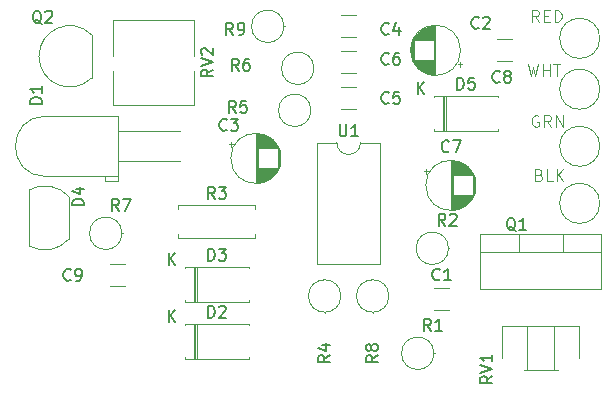
<source format=gbr>
%TF.GenerationSoftware,KiCad,Pcbnew,8.0.5*%
%TF.CreationDate,2024-12-08T10:15:27-05:00*%
%TF.ProjectId,shooting_sensor_new,73686f6f-7469-46e6-975f-73656e736f72,rev?*%
%TF.SameCoordinates,Original*%
%TF.FileFunction,Legend,Top*%
%TF.FilePolarity,Positive*%
%FSLAX46Y46*%
G04 Gerber Fmt 4.6, Leading zero omitted, Abs format (unit mm)*
G04 Created by KiCad (PCBNEW 8.0.5) date 2024-12-08 10:15:27*
%MOMM*%
%LPD*%
G01*
G04 APERTURE LIST*
%ADD10C,0.100000*%
%ADD11C,0.150000*%
%ADD12C,0.120000*%
G04 APERTURE END LIST*
D10*
X120271217Y-63864609D02*
X120414074Y-63912228D01*
X120414074Y-63912228D02*
X120461693Y-63959847D01*
X120461693Y-63959847D02*
X120509312Y-64055085D01*
X120509312Y-64055085D02*
X120509312Y-64197942D01*
X120509312Y-64197942D02*
X120461693Y-64293180D01*
X120461693Y-64293180D02*
X120414074Y-64340800D01*
X120414074Y-64340800D02*
X120318836Y-64388419D01*
X120318836Y-64388419D02*
X119937884Y-64388419D01*
X119937884Y-64388419D02*
X119937884Y-63388419D01*
X119937884Y-63388419D02*
X120271217Y-63388419D01*
X120271217Y-63388419D02*
X120366455Y-63436038D01*
X120366455Y-63436038D02*
X120414074Y-63483657D01*
X120414074Y-63483657D02*
X120461693Y-63578895D01*
X120461693Y-63578895D02*
X120461693Y-63674133D01*
X120461693Y-63674133D02*
X120414074Y-63769371D01*
X120414074Y-63769371D02*
X120366455Y-63816990D01*
X120366455Y-63816990D02*
X120271217Y-63864609D01*
X120271217Y-63864609D02*
X119937884Y-63864609D01*
X121414074Y-64388419D02*
X120937884Y-64388419D01*
X120937884Y-64388419D02*
X120937884Y-63388419D01*
X121747408Y-64388419D02*
X121747408Y-63388419D01*
X122318836Y-64388419D02*
X121890265Y-63816990D01*
X122318836Y-63388419D02*
X121747408Y-63959847D01*
X120255312Y-50926419D02*
X119921979Y-50450228D01*
X119683884Y-50926419D02*
X119683884Y-49926419D01*
X119683884Y-49926419D02*
X120064836Y-49926419D01*
X120064836Y-49926419D02*
X120160074Y-49974038D01*
X120160074Y-49974038D02*
X120207693Y-50021657D01*
X120207693Y-50021657D02*
X120255312Y-50116895D01*
X120255312Y-50116895D02*
X120255312Y-50259752D01*
X120255312Y-50259752D02*
X120207693Y-50354990D01*
X120207693Y-50354990D02*
X120160074Y-50402609D01*
X120160074Y-50402609D02*
X120064836Y-50450228D01*
X120064836Y-50450228D02*
X119683884Y-50450228D01*
X120683884Y-50402609D02*
X121017217Y-50402609D01*
X121160074Y-50926419D02*
X120683884Y-50926419D01*
X120683884Y-50926419D02*
X120683884Y-49926419D01*
X120683884Y-49926419D02*
X121160074Y-49926419D01*
X121588646Y-50926419D02*
X121588646Y-49926419D01*
X121588646Y-49926419D02*
X121826741Y-49926419D01*
X121826741Y-49926419D02*
X121969598Y-49974038D01*
X121969598Y-49974038D02*
X122064836Y-50069276D01*
X122064836Y-50069276D02*
X122112455Y-50164514D01*
X122112455Y-50164514D02*
X122160074Y-50354990D01*
X122160074Y-50354990D02*
X122160074Y-50497847D01*
X122160074Y-50497847D02*
X122112455Y-50688323D01*
X122112455Y-50688323D02*
X122064836Y-50783561D01*
X122064836Y-50783561D02*
X121969598Y-50878800D01*
X121969598Y-50878800D02*
X121826741Y-50926419D01*
X121826741Y-50926419D02*
X121588646Y-50926419D01*
X119334646Y-54498419D02*
X119572741Y-55498419D01*
X119572741Y-55498419D02*
X119763217Y-54784133D01*
X119763217Y-54784133D02*
X119953693Y-55498419D01*
X119953693Y-55498419D02*
X120191789Y-54498419D01*
X120572741Y-55498419D02*
X120572741Y-54498419D01*
X120572741Y-54974609D02*
X121144169Y-54974609D01*
X121144169Y-55498419D02*
X121144169Y-54498419D01*
X121477503Y-54498419D02*
X122048931Y-54498419D01*
X121763217Y-55498419D02*
X121763217Y-54498419D01*
X120207693Y-58864038D02*
X120112455Y-58816419D01*
X120112455Y-58816419D02*
X119969598Y-58816419D01*
X119969598Y-58816419D02*
X119826741Y-58864038D01*
X119826741Y-58864038D02*
X119731503Y-58959276D01*
X119731503Y-58959276D02*
X119683884Y-59054514D01*
X119683884Y-59054514D02*
X119636265Y-59244990D01*
X119636265Y-59244990D02*
X119636265Y-59387847D01*
X119636265Y-59387847D02*
X119683884Y-59578323D01*
X119683884Y-59578323D02*
X119731503Y-59673561D01*
X119731503Y-59673561D02*
X119826741Y-59768800D01*
X119826741Y-59768800D02*
X119969598Y-59816419D01*
X119969598Y-59816419D02*
X120064836Y-59816419D01*
X120064836Y-59816419D02*
X120207693Y-59768800D01*
X120207693Y-59768800D02*
X120255312Y-59721180D01*
X120255312Y-59721180D02*
X120255312Y-59387847D01*
X120255312Y-59387847D02*
X120064836Y-59387847D01*
X121255312Y-59816419D02*
X120921979Y-59340228D01*
X120683884Y-59816419D02*
X120683884Y-58816419D01*
X120683884Y-58816419D02*
X121064836Y-58816419D01*
X121064836Y-58816419D02*
X121160074Y-58864038D01*
X121160074Y-58864038D02*
X121207693Y-58911657D01*
X121207693Y-58911657D02*
X121255312Y-59006895D01*
X121255312Y-59006895D02*
X121255312Y-59149752D01*
X121255312Y-59149752D02*
X121207693Y-59244990D01*
X121207693Y-59244990D02*
X121160074Y-59292609D01*
X121160074Y-59292609D02*
X121064836Y-59340228D01*
X121064836Y-59340228D02*
X120683884Y-59340228D01*
X121683884Y-59816419D02*
X121683884Y-58816419D01*
X121683884Y-58816419D02*
X122255312Y-59816419D01*
X122255312Y-59816419D02*
X122255312Y-58816419D01*
D11*
X84669333Y-66918819D02*
X84336000Y-66442628D01*
X84097905Y-66918819D02*
X84097905Y-65918819D01*
X84097905Y-65918819D02*
X84478857Y-65918819D01*
X84478857Y-65918819D02*
X84574095Y-65966438D01*
X84574095Y-65966438D02*
X84621714Y-66014057D01*
X84621714Y-66014057D02*
X84669333Y-66109295D01*
X84669333Y-66109295D02*
X84669333Y-66252152D01*
X84669333Y-66252152D02*
X84621714Y-66347390D01*
X84621714Y-66347390D02*
X84574095Y-66395009D01*
X84574095Y-66395009D02*
X84478857Y-66442628D01*
X84478857Y-66442628D02*
X84097905Y-66442628D01*
X85002667Y-65918819D02*
X85669333Y-65918819D01*
X85669333Y-65918819D02*
X85240762Y-66918819D01*
X80605333Y-72749580D02*
X80557714Y-72797200D01*
X80557714Y-72797200D02*
X80414857Y-72844819D01*
X80414857Y-72844819D02*
X80319619Y-72844819D01*
X80319619Y-72844819D02*
X80176762Y-72797200D01*
X80176762Y-72797200D02*
X80081524Y-72701961D01*
X80081524Y-72701961D02*
X80033905Y-72606723D01*
X80033905Y-72606723D02*
X79986286Y-72416247D01*
X79986286Y-72416247D02*
X79986286Y-72273390D01*
X79986286Y-72273390D02*
X80033905Y-72082914D01*
X80033905Y-72082914D02*
X80081524Y-71987676D01*
X80081524Y-71987676D02*
X80176762Y-71892438D01*
X80176762Y-71892438D02*
X80319619Y-71844819D01*
X80319619Y-71844819D02*
X80414857Y-71844819D01*
X80414857Y-71844819D02*
X80557714Y-71892438D01*
X80557714Y-71892438D02*
X80605333Y-71940057D01*
X81081524Y-72844819D02*
X81272000Y-72844819D01*
X81272000Y-72844819D02*
X81367238Y-72797200D01*
X81367238Y-72797200D02*
X81414857Y-72749580D01*
X81414857Y-72749580D02*
X81510095Y-72606723D01*
X81510095Y-72606723D02*
X81557714Y-72416247D01*
X81557714Y-72416247D02*
X81557714Y-72035295D01*
X81557714Y-72035295D02*
X81510095Y-71940057D01*
X81510095Y-71940057D02*
X81462476Y-71892438D01*
X81462476Y-71892438D02*
X81367238Y-71844819D01*
X81367238Y-71844819D02*
X81176762Y-71844819D01*
X81176762Y-71844819D02*
X81081524Y-71892438D01*
X81081524Y-71892438D02*
X81033905Y-71940057D01*
X81033905Y-71940057D02*
X80986286Y-72035295D01*
X80986286Y-72035295D02*
X80986286Y-72273390D01*
X80986286Y-72273390D02*
X81033905Y-72368628D01*
X81033905Y-72368628D02*
X81081524Y-72416247D01*
X81081524Y-72416247D02*
X81176762Y-72463866D01*
X81176762Y-72463866D02*
X81367238Y-72463866D01*
X81367238Y-72463866D02*
X81462476Y-72416247D01*
X81462476Y-72416247D02*
X81510095Y-72368628D01*
X81510095Y-72368628D02*
X81557714Y-72273390D01*
X112326333Y-68188819D02*
X111993000Y-67712628D01*
X111754905Y-68188819D02*
X111754905Y-67188819D01*
X111754905Y-67188819D02*
X112135857Y-67188819D01*
X112135857Y-67188819D02*
X112231095Y-67236438D01*
X112231095Y-67236438D02*
X112278714Y-67284057D01*
X112278714Y-67284057D02*
X112326333Y-67379295D01*
X112326333Y-67379295D02*
X112326333Y-67522152D01*
X112326333Y-67522152D02*
X112278714Y-67617390D01*
X112278714Y-67617390D02*
X112231095Y-67665009D01*
X112231095Y-67665009D02*
X112135857Y-67712628D01*
X112135857Y-67712628D02*
X111754905Y-67712628D01*
X112707286Y-67284057D02*
X112754905Y-67236438D01*
X112754905Y-67236438D02*
X112850143Y-67188819D01*
X112850143Y-67188819D02*
X113088238Y-67188819D01*
X113088238Y-67188819D02*
X113183476Y-67236438D01*
X113183476Y-67236438D02*
X113231095Y-67284057D01*
X113231095Y-67284057D02*
X113278714Y-67379295D01*
X113278714Y-67379295D02*
X113278714Y-67474533D01*
X113278714Y-67474533D02*
X113231095Y-67617390D01*
X113231095Y-67617390D02*
X112659667Y-68188819D01*
X112659667Y-68188819D02*
X113278714Y-68188819D01*
X81734819Y-66469094D02*
X80734819Y-66469094D01*
X80734819Y-66469094D02*
X80734819Y-66230999D01*
X80734819Y-66230999D02*
X80782438Y-66088142D01*
X80782438Y-66088142D02*
X80877676Y-65992904D01*
X80877676Y-65992904D02*
X80972914Y-65945285D01*
X80972914Y-65945285D02*
X81163390Y-65897666D01*
X81163390Y-65897666D02*
X81306247Y-65897666D01*
X81306247Y-65897666D02*
X81496723Y-65945285D01*
X81496723Y-65945285D02*
X81591961Y-65992904D01*
X81591961Y-65992904D02*
X81687200Y-66088142D01*
X81687200Y-66088142D02*
X81734819Y-66230999D01*
X81734819Y-66230999D02*
X81734819Y-66469094D01*
X81068152Y-65040523D02*
X81734819Y-65040523D01*
X80687200Y-65278618D02*
X81401485Y-65516713D01*
X81401485Y-65516713D02*
X81401485Y-64897666D01*
X92225905Y-71136819D02*
X92225905Y-70136819D01*
X92225905Y-70136819D02*
X92464000Y-70136819D01*
X92464000Y-70136819D02*
X92606857Y-70184438D01*
X92606857Y-70184438D02*
X92702095Y-70279676D01*
X92702095Y-70279676D02*
X92749714Y-70374914D01*
X92749714Y-70374914D02*
X92797333Y-70565390D01*
X92797333Y-70565390D02*
X92797333Y-70708247D01*
X92797333Y-70708247D02*
X92749714Y-70898723D01*
X92749714Y-70898723D02*
X92702095Y-70993961D01*
X92702095Y-70993961D02*
X92606857Y-71089200D01*
X92606857Y-71089200D02*
X92464000Y-71136819D01*
X92464000Y-71136819D02*
X92225905Y-71136819D01*
X93130667Y-70136819D02*
X93749714Y-70136819D01*
X93749714Y-70136819D02*
X93416381Y-70517771D01*
X93416381Y-70517771D02*
X93559238Y-70517771D01*
X93559238Y-70517771D02*
X93654476Y-70565390D01*
X93654476Y-70565390D02*
X93702095Y-70613009D01*
X93702095Y-70613009D02*
X93749714Y-70708247D01*
X93749714Y-70708247D02*
X93749714Y-70946342D01*
X93749714Y-70946342D02*
X93702095Y-71041580D01*
X93702095Y-71041580D02*
X93654476Y-71089200D01*
X93654476Y-71089200D02*
X93559238Y-71136819D01*
X93559238Y-71136819D02*
X93273524Y-71136819D01*
X93273524Y-71136819D02*
X93178286Y-71089200D01*
X93178286Y-71089200D02*
X93130667Y-71041580D01*
X88892095Y-71506819D02*
X88892095Y-70506819D01*
X89463523Y-71506819D02*
X89034952Y-70935390D01*
X89463523Y-70506819D02*
X88892095Y-71078247D01*
X111085333Y-77078819D02*
X110752000Y-76602628D01*
X110513905Y-77078819D02*
X110513905Y-76078819D01*
X110513905Y-76078819D02*
X110894857Y-76078819D01*
X110894857Y-76078819D02*
X110990095Y-76126438D01*
X110990095Y-76126438D02*
X111037714Y-76174057D01*
X111037714Y-76174057D02*
X111085333Y-76269295D01*
X111085333Y-76269295D02*
X111085333Y-76412152D01*
X111085333Y-76412152D02*
X111037714Y-76507390D01*
X111037714Y-76507390D02*
X110990095Y-76555009D01*
X110990095Y-76555009D02*
X110894857Y-76602628D01*
X110894857Y-76602628D02*
X110513905Y-76602628D01*
X112037714Y-77078819D02*
X111466286Y-77078819D01*
X111752000Y-77078819D02*
X111752000Y-76078819D01*
X111752000Y-76078819D02*
X111656762Y-76221676D01*
X111656762Y-76221676D02*
X111561524Y-76316914D01*
X111561524Y-76316914D02*
X111466286Y-76364533D01*
X103378095Y-59608819D02*
X103378095Y-60418342D01*
X103378095Y-60418342D02*
X103425714Y-60513580D01*
X103425714Y-60513580D02*
X103473333Y-60561200D01*
X103473333Y-60561200D02*
X103568571Y-60608819D01*
X103568571Y-60608819D02*
X103759047Y-60608819D01*
X103759047Y-60608819D02*
X103854285Y-60561200D01*
X103854285Y-60561200D02*
X103901904Y-60513580D01*
X103901904Y-60513580D02*
X103949523Y-60418342D01*
X103949523Y-60418342D02*
X103949523Y-59608819D01*
X104949523Y-60608819D02*
X104378095Y-60608819D01*
X104663809Y-60608819D02*
X104663809Y-59608819D01*
X104663809Y-59608819D02*
X104568571Y-59751676D01*
X104568571Y-59751676D02*
X104473333Y-59846914D01*
X104473333Y-59846914D02*
X104378095Y-59894533D01*
X113307905Y-56658819D02*
X113307905Y-55658819D01*
X113307905Y-55658819D02*
X113546000Y-55658819D01*
X113546000Y-55658819D02*
X113688857Y-55706438D01*
X113688857Y-55706438D02*
X113784095Y-55801676D01*
X113784095Y-55801676D02*
X113831714Y-55896914D01*
X113831714Y-55896914D02*
X113879333Y-56087390D01*
X113879333Y-56087390D02*
X113879333Y-56230247D01*
X113879333Y-56230247D02*
X113831714Y-56420723D01*
X113831714Y-56420723D02*
X113784095Y-56515961D01*
X113784095Y-56515961D02*
X113688857Y-56611200D01*
X113688857Y-56611200D02*
X113546000Y-56658819D01*
X113546000Y-56658819D02*
X113307905Y-56658819D01*
X114784095Y-55658819D02*
X114307905Y-55658819D01*
X114307905Y-55658819D02*
X114260286Y-56135009D01*
X114260286Y-56135009D02*
X114307905Y-56087390D01*
X114307905Y-56087390D02*
X114403143Y-56039771D01*
X114403143Y-56039771D02*
X114641238Y-56039771D01*
X114641238Y-56039771D02*
X114736476Y-56087390D01*
X114736476Y-56087390D02*
X114784095Y-56135009D01*
X114784095Y-56135009D02*
X114831714Y-56230247D01*
X114831714Y-56230247D02*
X114831714Y-56468342D01*
X114831714Y-56468342D02*
X114784095Y-56563580D01*
X114784095Y-56563580D02*
X114736476Y-56611200D01*
X114736476Y-56611200D02*
X114641238Y-56658819D01*
X114641238Y-56658819D02*
X114403143Y-56658819D01*
X114403143Y-56658819D02*
X114307905Y-56611200D01*
X114307905Y-56611200D02*
X114260286Y-56563580D01*
X109974095Y-57028819D02*
X109974095Y-56028819D01*
X110545523Y-57028819D02*
X110116952Y-56457390D01*
X110545523Y-56028819D02*
X109974095Y-56600247D01*
X93813333Y-60049580D02*
X93765714Y-60097200D01*
X93765714Y-60097200D02*
X93622857Y-60144819D01*
X93622857Y-60144819D02*
X93527619Y-60144819D01*
X93527619Y-60144819D02*
X93384762Y-60097200D01*
X93384762Y-60097200D02*
X93289524Y-60001961D01*
X93289524Y-60001961D02*
X93241905Y-59906723D01*
X93241905Y-59906723D02*
X93194286Y-59716247D01*
X93194286Y-59716247D02*
X93194286Y-59573390D01*
X93194286Y-59573390D02*
X93241905Y-59382914D01*
X93241905Y-59382914D02*
X93289524Y-59287676D01*
X93289524Y-59287676D02*
X93384762Y-59192438D01*
X93384762Y-59192438D02*
X93527619Y-59144819D01*
X93527619Y-59144819D02*
X93622857Y-59144819D01*
X93622857Y-59144819D02*
X93765714Y-59192438D01*
X93765714Y-59192438D02*
X93813333Y-59240057D01*
X94146667Y-59144819D02*
X94765714Y-59144819D01*
X94765714Y-59144819D02*
X94432381Y-59525771D01*
X94432381Y-59525771D02*
X94575238Y-59525771D01*
X94575238Y-59525771D02*
X94670476Y-59573390D01*
X94670476Y-59573390D02*
X94718095Y-59621009D01*
X94718095Y-59621009D02*
X94765714Y-59716247D01*
X94765714Y-59716247D02*
X94765714Y-59954342D01*
X94765714Y-59954342D02*
X94718095Y-60049580D01*
X94718095Y-60049580D02*
X94670476Y-60097200D01*
X94670476Y-60097200D02*
X94575238Y-60144819D01*
X94575238Y-60144819D02*
X94289524Y-60144819D01*
X94289524Y-60144819D02*
X94194286Y-60097200D01*
X94194286Y-60097200D02*
X94146667Y-60049580D01*
X92649819Y-54966238D02*
X92173628Y-55299571D01*
X92649819Y-55537666D02*
X91649819Y-55537666D01*
X91649819Y-55537666D02*
X91649819Y-55156714D01*
X91649819Y-55156714D02*
X91697438Y-55061476D01*
X91697438Y-55061476D02*
X91745057Y-55013857D01*
X91745057Y-55013857D02*
X91840295Y-54966238D01*
X91840295Y-54966238D02*
X91983152Y-54966238D01*
X91983152Y-54966238D02*
X92078390Y-55013857D01*
X92078390Y-55013857D02*
X92126009Y-55061476D01*
X92126009Y-55061476D02*
X92173628Y-55156714D01*
X92173628Y-55156714D02*
X92173628Y-55537666D01*
X91649819Y-54680523D02*
X92649819Y-54347190D01*
X92649819Y-54347190D02*
X91649819Y-54013857D01*
X91745057Y-53728142D02*
X91697438Y-53680523D01*
X91697438Y-53680523D02*
X91649819Y-53585285D01*
X91649819Y-53585285D02*
X91649819Y-53347190D01*
X91649819Y-53347190D02*
X91697438Y-53251952D01*
X91697438Y-53251952D02*
X91745057Y-53204333D01*
X91745057Y-53204333D02*
X91840295Y-53156714D01*
X91840295Y-53156714D02*
X91935533Y-53156714D01*
X91935533Y-53156714D02*
X92078390Y-53204333D01*
X92078390Y-53204333D02*
X92649819Y-53775761D01*
X92649819Y-53775761D02*
X92649819Y-53156714D01*
X92797333Y-65902819D02*
X92464000Y-65426628D01*
X92225905Y-65902819D02*
X92225905Y-64902819D01*
X92225905Y-64902819D02*
X92606857Y-64902819D01*
X92606857Y-64902819D02*
X92702095Y-64950438D01*
X92702095Y-64950438D02*
X92749714Y-64998057D01*
X92749714Y-64998057D02*
X92797333Y-65093295D01*
X92797333Y-65093295D02*
X92797333Y-65236152D01*
X92797333Y-65236152D02*
X92749714Y-65331390D01*
X92749714Y-65331390D02*
X92702095Y-65379009D01*
X92702095Y-65379009D02*
X92606857Y-65426628D01*
X92606857Y-65426628D02*
X92225905Y-65426628D01*
X93130667Y-64902819D02*
X93749714Y-64902819D01*
X93749714Y-64902819D02*
X93416381Y-65283771D01*
X93416381Y-65283771D02*
X93559238Y-65283771D01*
X93559238Y-65283771D02*
X93654476Y-65331390D01*
X93654476Y-65331390D02*
X93702095Y-65379009D01*
X93702095Y-65379009D02*
X93749714Y-65474247D01*
X93749714Y-65474247D02*
X93749714Y-65712342D01*
X93749714Y-65712342D02*
X93702095Y-65807580D01*
X93702095Y-65807580D02*
X93654476Y-65855200D01*
X93654476Y-65855200D02*
X93559238Y-65902819D01*
X93559238Y-65902819D02*
X93273524Y-65902819D01*
X93273524Y-65902819D02*
X93178286Y-65855200D01*
X93178286Y-65855200D02*
X93130667Y-65807580D01*
X112625333Y-61879580D02*
X112577714Y-61927200D01*
X112577714Y-61927200D02*
X112434857Y-61974819D01*
X112434857Y-61974819D02*
X112339619Y-61974819D01*
X112339619Y-61974819D02*
X112196762Y-61927200D01*
X112196762Y-61927200D02*
X112101524Y-61831961D01*
X112101524Y-61831961D02*
X112053905Y-61736723D01*
X112053905Y-61736723D02*
X112006286Y-61546247D01*
X112006286Y-61546247D02*
X112006286Y-61403390D01*
X112006286Y-61403390D02*
X112053905Y-61212914D01*
X112053905Y-61212914D02*
X112101524Y-61117676D01*
X112101524Y-61117676D02*
X112196762Y-61022438D01*
X112196762Y-61022438D02*
X112339619Y-60974819D01*
X112339619Y-60974819D02*
X112434857Y-60974819D01*
X112434857Y-60974819D02*
X112577714Y-61022438D01*
X112577714Y-61022438D02*
X112625333Y-61070057D01*
X112958667Y-60974819D02*
X113625333Y-60974819D01*
X113625333Y-60974819D02*
X113196762Y-61974819D01*
X107529333Y-51921580D02*
X107481714Y-51969200D01*
X107481714Y-51969200D02*
X107338857Y-52016819D01*
X107338857Y-52016819D02*
X107243619Y-52016819D01*
X107243619Y-52016819D02*
X107100762Y-51969200D01*
X107100762Y-51969200D02*
X107005524Y-51873961D01*
X107005524Y-51873961D02*
X106957905Y-51778723D01*
X106957905Y-51778723D02*
X106910286Y-51588247D01*
X106910286Y-51588247D02*
X106910286Y-51445390D01*
X106910286Y-51445390D02*
X106957905Y-51254914D01*
X106957905Y-51254914D02*
X107005524Y-51159676D01*
X107005524Y-51159676D02*
X107100762Y-51064438D01*
X107100762Y-51064438D02*
X107243619Y-51016819D01*
X107243619Y-51016819D02*
X107338857Y-51016819D01*
X107338857Y-51016819D02*
X107481714Y-51064438D01*
X107481714Y-51064438D02*
X107529333Y-51112057D01*
X108386476Y-51350152D02*
X108386476Y-52016819D01*
X108148381Y-50969200D02*
X107910286Y-51683485D01*
X107910286Y-51683485D02*
X108529333Y-51683485D01*
X106626819Y-79160666D02*
X106150628Y-79493999D01*
X106626819Y-79732094D02*
X105626819Y-79732094D01*
X105626819Y-79732094D02*
X105626819Y-79351142D01*
X105626819Y-79351142D02*
X105674438Y-79255904D01*
X105674438Y-79255904D02*
X105722057Y-79208285D01*
X105722057Y-79208285D02*
X105817295Y-79160666D01*
X105817295Y-79160666D02*
X105960152Y-79160666D01*
X105960152Y-79160666D02*
X106055390Y-79208285D01*
X106055390Y-79208285D02*
X106103009Y-79255904D01*
X106103009Y-79255904D02*
X106150628Y-79351142D01*
X106150628Y-79351142D02*
X106150628Y-79732094D01*
X106055390Y-78589237D02*
X106007771Y-78684475D01*
X106007771Y-78684475D02*
X105960152Y-78732094D01*
X105960152Y-78732094D02*
X105864914Y-78779713D01*
X105864914Y-78779713D02*
X105817295Y-78779713D01*
X105817295Y-78779713D02*
X105722057Y-78732094D01*
X105722057Y-78732094D02*
X105674438Y-78684475D01*
X105674438Y-78684475D02*
X105626819Y-78589237D01*
X105626819Y-78589237D02*
X105626819Y-78398761D01*
X105626819Y-78398761D02*
X105674438Y-78303523D01*
X105674438Y-78303523D02*
X105722057Y-78255904D01*
X105722057Y-78255904D02*
X105817295Y-78208285D01*
X105817295Y-78208285D02*
X105864914Y-78208285D01*
X105864914Y-78208285D02*
X105960152Y-78255904D01*
X105960152Y-78255904D02*
X106007771Y-78303523D01*
X106007771Y-78303523D02*
X106055390Y-78398761D01*
X106055390Y-78398761D02*
X106055390Y-78589237D01*
X106055390Y-78589237D02*
X106103009Y-78684475D01*
X106103009Y-78684475D02*
X106150628Y-78732094D01*
X106150628Y-78732094D02*
X106245866Y-78779713D01*
X106245866Y-78779713D02*
X106436342Y-78779713D01*
X106436342Y-78779713D02*
X106531580Y-78732094D01*
X106531580Y-78732094D02*
X106579200Y-78684475D01*
X106579200Y-78684475D02*
X106626819Y-78589237D01*
X106626819Y-78589237D02*
X106626819Y-78398761D01*
X106626819Y-78398761D02*
X106579200Y-78303523D01*
X106579200Y-78303523D02*
X106531580Y-78255904D01*
X106531580Y-78255904D02*
X106436342Y-78208285D01*
X106436342Y-78208285D02*
X106245866Y-78208285D01*
X106245866Y-78208285D02*
X106150628Y-78255904D01*
X106150628Y-78255904D02*
X106103009Y-78303523D01*
X106103009Y-78303523D02*
X106055390Y-78398761D01*
X107529333Y-57763580D02*
X107481714Y-57811200D01*
X107481714Y-57811200D02*
X107338857Y-57858819D01*
X107338857Y-57858819D02*
X107243619Y-57858819D01*
X107243619Y-57858819D02*
X107100762Y-57811200D01*
X107100762Y-57811200D02*
X107005524Y-57715961D01*
X107005524Y-57715961D02*
X106957905Y-57620723D01*
X106957905Y-57620723D02*
X106910286Y-57430247D01*
X106910286Y-57430247D02*
X106910286Y-57287390D01*
X106910286Y-57287390D02*
X106957905Y-57096914D01*
X106957905Y-57096914D02*
X107005524Y-57001676D01*
X107005524Y-57001676D02*
X107100762Y-56906438D01*
X107100762Y-56906438D02*
X107243619Y-56858819D01*
X107243619Y-56858819D02*
X107338857Y-56858819D01*
X107338857Y-56858819D02*
X107481714Y-56906438D01*
X107481714Y-56906438D02*
X107529333Y-56954057D01*
X108434095Y-56858819D02*
X107957905Y-56858819D01*
X107957905Y-56858819D02*
X107910286Y-57335009D01*
X107910286Y-57335009D02*
X107957905Y-57287390D01*
X107957905Y-57287390D02*
X108053143Y-57239771D01*
X108053143Y-57239771D02*
X108291238Y-57239771D01*
X108291238Y-57239771D02*
X108386476Y-57287390D01*
X108386476Y-57287390D02*
X108434095Y-57335009D01*
X108434095Y-57335009D02*
X108481714Y-57430247D01*
X108481714Y-57430247D02*
X108481714Y-57668342D01*
X108481714Y-57668342D02*
X108434095Y-57763580D01*
X108434095Y-57763580D02*
X108386476Y-57811200D01*
X108386476Y-57811200D02*
X108291238Y-57858819D01*
X108291238Y-57858819D02*
X108053143Y-57858819D01*
X108053143Y-57858819D02*
X107957905Y-57811200D01*
X107957905Y-57811200D02*
X107910286Y-57763580D01*
X111847333Y-72731580D02*
X111799714Y-72779200D01*
X111799714Y-72779200D02*
X111656857Y-72826819D01*
X111656857Y-72826819D02*
X111561619Y-72826819D01*
X111561619Y-72826819D02*
X111418762Y-72779200D01*
X111418762Y-72779200D02*
X111323524Y-72683961D01*
X111323524Y-72683961D02*
X111275905Y-72588723D01*
X111275905Y-72588723D02*
X111228286Y-72398247D01*
X111228286Y-72398247D02*
X111228286Y-72255390D01*
X111228286Y-72255390D02*
X111275905Y-72064914D01*
X111275905Y-72064914D02*
X111323524Y-71969676D01*
X111323524Y-71969676D02*
X111418762Y-71874438D01*
X111418762Y-71874438D02*
X111561619Y-71826819D01*
X111561619Y-71826819D02*
X111656857Y-71826819D01*
X111656857Y-71826819D02*
X111799714Y-71874438D01*
X111799714Y-71874438D02*
X111847333Y-71922057D01*
X112799714Y-72826819D02*
X112228286Y-72826819D01*
X112514000Y-72826819D02*
X112514000Y-71826819D01*
X112514000Y-71826819D02*
X112418762Y-71969676D01*
X112418762Y-71969676D02*
X112323524Y-72064914D01*
X112323524Y-72064914D02*
X112228286Y-72112533D01*
X118268761Y-68622057D02*
X118173523Y-68574438D01*
X118173523Y-68574438D02*
X118078285Y-68479200D01*
X118078285Y-68479200D02*
X117935428Y-68336342D01*
X117935428Y-68336342D02*
X117840190Y-68288723D01*
X117840190Y-68288723D02*
X117744952Y-68288723D01*
X117792571Y-68526819D02*
X117697333Y-68479200D01*
X117697333Y-68479200D02*
X117602095Y-68383961D01*
X117602095Y-68383961D02*
X117554476Y-68193485D01*
X117554476Y-68193485D02*
X117554476Y-67860152D01*
X117554476Y-67860152D02*
X117602095Y-67669676D01*
X117602095Y-67669676D02*
X117697333Y-67574438D01*
X117697333Y-67574438D02*
X117792571Y-67526819D01*
X117792571Y-67526819D02*
X117983047Y-67526819D01*
X117983047Y-67526819D02*
X118078285Y-67574438D01*
X118078285Y-67574438D02*
X118173523Y-67669676D01*
X118173523Y-67669676D02*
X118221142Y-67860152D01*
X118221142Y-67860152D02*
X118221142Y-68193485D01*
X118221142Y-68193485D02*
X118173523Y-68383961D01*
X118173523Y-68383961D02*
X118078285Y-68479200D01*
X118078285Y-68479200D02*
X117983047Y-68526819D01*
X117983047Y-68526819D02*
X117792571Y-68526819D01*
X119173523Y-68526819D02*
X118602095Y-68526819D01*
X118887809Y-68526819D02*
X118887809Y-67526819D01*
X118887809Y-67526819D02*
X118792571Y-67669676D01*
X118792571Y-67669676D02*
X118697333Y-67764914D01*
X118697333Y-67764914D02*
X118602095Y-67812533D01*
X78136761Y-51096057D02*
X78041523Y-51048438D01*
X78041523Y-51048438D02*
X77946285Y-50953200D01*
X77946285Y-50953200D02*
X77803428Y-50810342D01*
X77803428Y-50810342D02*
X77708190Y-50762723D01*
X77708190Y-50762723D02*
X77612952Y-50762723D01*
X77660571Y-51000819D02*
X77565333Y-50953200D01*
X77565333Y-50953200D02*
X77470095Y-50857961D01*
X77470095Y-50857961D02*
X77422476Y-50667485D01*
X77422476Y-50667485D02*
X77422476Y-50334152D01*
X77422476Y-50334152D02*
X77470095Y-50143676D01*
X77470095Y-50143676D02*
X77565333Y-50048438D01*
X77565333Y-50048438D02*
X77660571Y-50000819D01*
X77660571Y-50000819D02*
X77851047Y-50000819D01*
X77851047Y-50000819D02*
X77946285Y-50048438D01*
X77946285Y-50048438D02*
X78041523Y-50143676D01*
X78041523Y-50143676D02*
X78089142Y-50334152D01*
X78089142Y-50334152D02*
X78089142Y-50667485D01*
X78089142Y-50667485D02*
X78041523Y-50857961D01*
X78041523Y-50857961D02*
X77946285Y-50953200D01*
X77946285Y-50953200D02*
X77851047Y-51000819D01*
X77851047Y-51000819D02*
X77660571Y-51000819D01*
X78470095Y-50096057D02*
X78517714Y-50048438D01*
X78517714Y-50048438D02*
X78612952Y-50000819D01*
X78612952Y-50000819D02*
X78851047Y-50000819D01*
X78851047Y-50000819D02*
X78946285Y-50048438D01*
X78946285Y-50048438D02*
X78993904Y-50096057D01*
X78993904Y-50096057D02*
X79041523Y-50191295D01*
X79041523Y-50191295D02*
X79041523Y-50286533D01*
X79041523Y-50286533D02*
X78993904Y-50429390D01*
X78993904Y-50429390D02*
X78422476Y-51000819D01*
X78422476Y-51000819D02*
X79041523Y-51000819D01*
X94350333Y-52016819D02*
X94017000Y-51540628D01*
X93778905Y-52016819D02*
X93778905Y-51016819D01*
X93778905Y-51016819D02*
X94159857Y-51016819D01*
X94159857Y-51016819D02*
X94255095Y-51064438D01*
X94255095Y-51064438D02*
X94302714Y-51112057D01*
X94302714Y-51112057D02*
X94350333Y-51207295D01*
X94350333Y-51207295D02*
X94350333Y-51350152D01*
X94350333Y-51350152D02*
X94302714Y-51445390D01*
X94302714Y-51445390D02*
X94255095Y-51493009D01*
X94255095Y-51493009D02*
X94159857Y-51540628D01*
X94159857Y-51540628D02*
X93778905Y-51540628D01*
X94826524Y-52016819D02*
X95017000Y-52016819D01*
X95017000Y-52016819D02*
X95112238Y-51969200D01*
X95112238Y-51969200D02*
X95159857Y-51921580D01*
X95159857Y-51921580D02*
X95255095Y-51778723D01*
X95255095Y-51778723D02*
X95302714Y-51588247D01*
X95302714Y-51588247D02*
X95302714Y-51207295D01*
X95302714Y-51207295D02*
X95255095Y-51112057D01*
X95255095Y-51112057D02*
X95207476Y-51064438D01*
X95207476Y-51064438D02*
X95112238Y-51016819D01*
X95112238Y-51016819D02*
X94921762Y-51016819D01*
X94921762Y-51016819D02*
X94826524Y-51064438D01*
X94826524Y-51064438D02*
X94778905Y-51112057D01*
X94778905Y-51112057D02*
X94731286Y-51207295D01*
X94731286Y-51207295D02*
X94731286Y-51445390D01*
X94731286Y-51445390D02*
X94778905Y-51540628D01*
X94778905Y-51540628D02*
X94826524Y-51588247D01*
X94826524Y-51588247D02*
X94921762Y-51635866D01*
X94921762Y-51635866D02*
X95112238Y-51635866D01*
X95112238Y-51635866D02*
X95207476Y-51588247D01*
X95207476Y-51588247D02*
X95255095Y-51540628D01*
X95255095Y-51540628D02*
X95302714Y-51445390D01*
X115149333Y-51413580D02*
X115101714Y-51461200D01*
X115101714Y-51461200D02*
X114958857Y-51508819D01*
X114958857Y-51508819D02*
X114863619Y-51508819D01*
X114863619Y-51508819D02*
X114720762Y-51461200D01*
X114720762Y-51461200D02*
X114625524Y-51365961D01*
X114625524Y-51365961D02*
X114577905Y-51270723D01*
X114577905Y-51270723D02*
X114530286Y-51080247D01*
X114530286Y-51080247D02*
X114530286Y-50937390D01*
X114530286Y-50937390D02*
X114577905Y-50746914D01*
X114577905Y-50746914D02*
X114625524Y-50651676D01*
X114625524Y-50651676D02*
X114720762Y-50556438D01*
X114720762Y-50556438D02*
X114863619Y-50508819D01*
X114863619Y-50508819D02*
X114958857Y-50508819D01*
X114958857Y-50508819D02*
X115101714Y-50556438D01*
X115101714Y-50556438D02*
X115149333Y-50604057D01*
X115530286Y-50604057D02*
X115577905Y-50556438D01*
X115577905Y-50556438D02*
X115673143Y-50508819D01*
X115673143Y-50508819D02*
X115911238Y-50508819D01*
X115911238Y-50508819D02*
X116006476Y-50556438D01*
X116006476Y-50556438D02*
X116054095Y-50604057D01*
X116054095Y-50604057D02*
X116101714Y-50699295D01*
X116101714Y-50699295D02*
X116101714Y-50794533D01*
X116101714Y-50794533D02*
X116054095Y-50937390D01*
X116054095Y-50937390D02*
X115482667Y-51508819D01*
X115482667Y-51508819D02*
X116101714Y-51508819D01*
X94829333Y-55064819D02*
X94496000Y-54588628D01*
X94257905Y-55064819D02*
X94257905Y-54064819D01*
X94257905Y-54064819D02*
X94638857Y-54064819D01*
X94638857Y-54064819D02*
X94734095Y-54112438D01*
X94734095Y-54112438D02*
X94781714Y-54160057D01*
X94781714Y-54160057D02*
X94829333Y-54255295D01*
X94829333Y-54255295D02*
X94829333Y-54398152D01*
X94829333Y-54398152D02*
X94781714Y-54493390D01*
X94781714Y-54493390D02*
X94734095Y-54541009D01*
X94734095Y-54541009D02*
X94638857Y-54588628D01*
X94638857Y-54588628D02*
X94257905Y-54588628D01*
X95686476Y-54064819D02*
X95496000Y-54064819D01*
X95496000Y-54064819D02*
X95400762Y-54112438D01*
X95400762Y-54112438D02*
X95353143Y-54160057D01*
X95353143Y-54160057D02*
X95257905Y-54302914D01*
X95257905Y-54302914D02*
X95210286Y-54493390D01*
X95210286Y-54493390D02*
X95210286Y-54874342D01*
X95210286Y-54874342D02*
X95257905Y-54969580D01*
X95257905Y-54969580D02*
X95305524Y-55017200D01*
X95305524Y-55017200D02*
X95400762Y-55064819D01*
X95400762Y-55064819D02*
X95591238Y-55064819D01*
X95591238Y-55064819D02*
X95686476Y-55017200D01*
X95686476Y-55017200D02*
X95734095Y-54969580D01*
X95734095Y-54969580D02*
X95781714Y-54874342D01*
X95781714Y-54874342D02*
X95781714Y-54636247D01*
X95781714Y-54636247D02*
X95734095Y-54541009D01*
X95734095Y-54541009D02*
X95686476Y-54493390D01*
X95686476Y-54493390D02*
X95591238Y-54445771D01*
X95591238Y-54445771D02*
X95400762Y-54445771D01*
X95400762Y-54445771D02*
X95305524Y-54493390D01*
X95305524Y-54493390D02*
X95257905Y-54541009D01*
X95257905Y-54541009D02*
X95210286Y-54636247D01*
X92225905Y-75962819D02*
X92225905Y-74962819D01*
X92225905Y-74962819D02*
X92464000Y-74962819D01*
X92464000Y-74962819D02*
X92606857Y-75010438D01*
X92606857Y-75010438D02*
X92702095Y-75105676D01*
X92702095Y-75105676D02*
X92749714Y-75200914D01*
X92749714Y-75200914D02*
X92797333Y-75391390D01*
X92797333Y-75391390D02*
X92797333Y-75534247D01*
X92797333Y-75534247D02*
X92749714Y-75724723D01*
X92749714Y-75724723D02*
X92702095Y-75819961D01*
X92702095Y-75819961D02*
X92606857Y-75915200D01*
X92606857Y-75915200D02*
X92464000Y-75962819D01*
X92464000Y-75962819D02*
X92225905Y-75962819D01*
X93178286Y-75058057D02*
X93225905Y-75010438D01*
X93225905Y-75010438D02*
X93321143Y-74962819D01*
X93321143Y-74962819D02*
X93559238Y-74962819D01*
X93559238Y-74962819D02*
X93654476Y-75010438D01*
X93654476Y-75010438D02*
X93702095Y-75058057D01*
X93702095Y-75058057D02*
X93749714Y-75153295D01*
X93749714Y-75153295D02*
X93749714Y-75248533D01*
X93749714Y-75248533D02*
X93702095Y-75391390D01*
X93702095Y-75391390D02*
X93130667Y-75962819D01*
X93130667Y-75962819D02*
X93749714Y-75962819D01*
X88892095Y-76332819D02*
X88892095Y-75332819D01*
X89463523Y-76332819D02*
X89034952Y-75761390D01*
X89463523Y-75332819D02*
X88892095Y-75904247D01*
X102562819Y-79160666D02*
X102086628Y-79493999D01*
X102562819Y-79732094D02*
X101562819Y-79732094D01*
X101562819Y-79732094D02*
X101562819Y-79351142D01*
X101562819Y-79351142D02*
X101610438Y-79255904D01*
X101610438Y-79255904D02*
X101658057Y-79208285D01*
X101658057Y-79208285D02*
X101753295Y-79160666D01*
X101753295Y-79160666D02*
X101896152Y-79160666D01*
X101896152Y-79160666D02*
X101991390Y-79208285D01*
X101991390Y-79208285D02*
X102039009Y-79255904D01*
X102039009Y-79255904D02*
X102086628Y-79351142D01*
X102086628Y-79351142D02*
X102086628Y-79732094D01*
X101896152Y-78303523D02*
X102562819Y-78303523D01*
X101515200Y-78541618D02*
X102229485Y-78779713D01*
X102229485Y-78779713D02*
X102229485Y-78160666D01*
X94575333Y-58620819D02*
X94242000Y-58144628D01*
X94003905Y-58620819D02*
X94003905Y-57620819D01*
X94003905Y-57620819D02*
X94384857Y-57620819D01*
X94384857Y-57620819D02*
X94480095Y-57668438D01*
X94480095Y-57668438D02*
X94527714Y-57716057D01*
X94527714Y-57716057D02*
X94575333Y-57811295D01*
X94575333Y-57811295D02*
X94575333Y-57954152D01*
X94575333Y-57954152D02*
X94527714Y-58049390D01*
X94527714Y-58049390D02*
X94480095Y-58097009D01*
X94480095Y-58097009D02*
X94384857Y-58144628D01*
X94384857Y-58144628D02*
X94003905Y-58144628D01*
X95480095Y-57620819D02*
X95003905Y-57620819D01*
X95003905Y-57620819D02*
X94956286Y-58097009D01*
X94956286Y-58097009D02*
X95003905Y-58049390D01*
X95003905Y-58049390D02*
X95099143Y-58001771D01*
X95099143Y-58001771D02*
X95337238Y-58001771D01*
X95337238Y-58001771D02*
X95432476Y-58049390D01*
X95432476Y-58049390D02*
X95480095Y-58097009D01*
X95480095Y-58097009D02*
X95527714Y-58192247D01*
X95527714Y-58192247D02*
X95527714Y-58430342D01*
X95527714Y-58430342D02*
X95480095Y-58525580D01*
X95480095Y-58525580D02*
X95432476Y-58573200D01*
X95432476Y-58573200D02*
X95337238Y-58620819D01*
X95337238Y-58620819D02*
X95099143Y-58620819D01*
X95099143Y-58620819D02*
X95003905Y-58573200D01*
X95003905Y-58573200D02*
X94956286Y-58525580D01*
X116927333Y-55985580D02*
X116879714Y-56033200D01*
X116879714Y-56033200D02*
X116736857Y-56080819D01*
X116736857Y-56080819D02*
X116641619Y-56080819D01*
X116641619Y-56080819D02*
X116498762Y-56033200D01*
X116498762Y-56033200D02*
X116403524Y-55937961D01*
X116403524Y-55937961D02*
X116355905Y-55842723D01*
X116355905Y-55842723D02*
X116308286Y-55652247D01*
X116308286Y-55652247D02*
X116308286Y-55509390D01*
X116308286Y-55509390D02*
X116355905Y-55318914D01*
X116355905Y-55318914D02*
X116403524Y-55223676D01*
X116403524Y-55223676D02*
X116498762Y-55128438D01*
X116498762Y-55128438D02*
X116641619Y-55080819D01*
X116641619Y-55080819D02*
X116736857Y-55080819D01*
X116736857Y-55080819D02*
X116879714Y-55128438D01*
X116879714Y-55128438D02*
X116927333Y-55176057D01*
X117498762Y-55509390D02*
X117403524Y-55461771D01*
X117403524Y-55461771D02*
X117355905Y-55414152D01*
X117355905Y-55414152D02*
X117308286Y-55318914D01*
X117308286Y-55318914D02*
X117308286Y-55271295D01*
X117308286Y-55271295D02*
X117355905Y-55176057D01*
X117355905Y-55176057D02*
X117403524Y-55128438D01*
X117403524Y-55128438D02*
X117498762Y-55080819D01*
X117498762Y-55080819D02*
X117689238Y-55080819D01*
X117689238Y-55080819D02*
X117784476Y-55128438D01*
X117784476Y-55128438D02*
X117832095Y-55176057D01*
X117832095Y-55176057D02*
X117879714Y-55271295D01*
X117879714Y-55271295D02*
X117879714Y-55318914D01*
X117879714Y-55318914D02*
X117832095Y-55414152D01*
X117832095Y-55414152D02*
X117784476Y-55461771D01*
X117784476Y-55461771D02*
X117689238Y-55509390D01*
X117689238Y-55509390D02*
X117498762Y-55509390D01*
X117498762Y-55509390D02*
X117403524Y-55557009D01*
X117403524Y-55557009D02*
X117355905Y-55604628D01*
X117355905Y-55604628D02*
X117308286Y-55699866D01*
X117308286Y-55699866D02*
X117308286Y-55890342D01*
X117308286Y-55890342D02*
X117355905Y-55985580D01*
X117355905Y-55985580D02*
X117403524Y-56033200D01*
X117403524Y-56033200D02*
X117498762Y-56080819D01*
X117498762Y-56080819D02*
X117689238Y-56080819D01*
X117689238Y-56080819D02*
X117784476Y-56033200D01*
X117784476Y-56033200D02*
X117832095Y-55985580D01*
X117832095Y-55985580D02*
X117879714Y-55890342D01*
X117879714Y-55890342D02*
X117879714Y-55699866D01*
X117879714Y-55699866D02*
X117832095Y-55604628D01*
X117832095Y-55604628D02*
X117784476Y-55557009D01*
X117784476Y-55557009D02*
X117689238Y-55509390D01*
X116290819Y-80914238D02*
X115814628Y-81247571D01*
X116290819Y-81485666D02*
X115290819Y-81485666D01*
X115290819Y-81485666D02*
X115290819Y-81104714D01*
X115290819Y-81104714D02*
X115338438Y-81009476D01*
X115338438Y-81009476D02*
X115386057Y-80961857D01*
X115386057Y-80961857D02*
X115481295Y-80914238D01*
X115481295Y-80914238D02*
X115624152Y-80914238D01*
X115624152Y-80914238D02*
X115719390Y-80961857D01*
X115719390Y-80961857D02*
X115767009Y-81009476D01*
X115767009Y-81009476D02*
X115814628Y-81104714D01*
X115814628Y-81104714D02*
X115814628Y-81485666D01*
X115290819Y-80628523D02*
X116290819Y-80295190D01*
X116290819Y-80295190D02*
X115290819Y-79961857D01*
X116290819Y-79104714D02*
X116290819Y-79676142D01*
X116290819Y-79390428D02*
X115290819Y-79390428D01*
X115290819Y-79390428D02*
X115433676Y-79485666D01*
X115433676Y-79485666D02*
X115528914Y-79580904D01*
X115528914Y-79580904D02*
X115576533Y-79676142D01*
X107529333Y-54461580D02*
X107481714Y-54509200D01*
X107481714Y-54509200D02*
X107338857Y-54556819D01*
X107338857Y-54556819D02*
X107243619Y-54556819D01*
X107243619Y-54556819D02*
X107100762Y-54509200D01*
X107100762Y-54509200D02*
X107005524Y-54413961D01*
X107005524Y-54413961D02*
X106957905Y-54318723D01*
X106957905Y-54318723D02*
X106910286Y-54128247D01*
X106910286Y-54128247D02*
X106910286Y-53985390D01*
X106910286Y-53985390D02*
X106957905Y-53794914D01*
X106957905Y-53794914D02*
X107005524Y-53699676D01*
X107005524Y-53699676D02*
X107100762Y-53604438D01*
X107100762Y-53604438D02*
X107243619Y-53556819D01*
X107243619Y-53556819D02*
X107338857Y-53556819D01*
X107338857Y-53556819D02*
X107481714Y-53604438D01*
X107481714Y-53604438D02*
X107529333Y-53652057D01*
X108386476Y-53556819D02*
X108196000Y-53556819D01*
X108196000Y-53556819D02*
X108100762Y-53604438D01*
X108100762Y-53604438D02*
X108053143Y-53652057D01*
X108053143Y-53652057D02*
X107957905Y-53794914D01*
X107957905Y-53794914D02*
X107910286Y-53985390D01*
X107910286Y-53985390D02*
X107910286Y-54366342D01*
X107910286Y-54366342D02*
X107957905Y-54461580D01*
X107957905Y-54461580D02*
X108005524Y-54509200D01*
X108005524Y-54509200D02*
X108100762Y-54556819D01*
X108100762Y-54556819D02*
X108291238Y-54556819D01*
X108291238Y-54556819D02*
X108386476Y-54509200D01*
X108386476Y-54509200D02*
X108434095Y-54461580D01*
X108434095Y-54461580D02*
X108481714Y-54366342D01*
X108481714Y-54366342D02*
X108481714Y-54128247D01*
X108481714Y-54128247D02*
X108434095Y-54033009D01*
X108434095Y-54033009D02*
X108386476Y-53985390D01*
X108386476Y-53985390D02*
X108291238Y-53937771D01*
X108291238Y-53937771D02*
X108100762Y-53937771D01*
X108100762Y-53937771D02*
X108005524Y-53985390D01*
X108005524Y-53985390D02*
X107957905Y-54033009D01*
X107957905Y-54033009D02*
X107910286Y-54128247D01*
X78178819Y-57883094D02*
X77178819Y-57883094D01*
X77178819Y-57883094D02*
X77178819Y-57644999D01*
X77178819Y-57644999D02*
X77226438Y-57502142D01*
X77226438Y-57502142D02*
X77321676Y-57406904D01*
X77321676Y-57406904D02*
X77416914Y-57359285D01*
X77416914Y-57359285D02*
X77607390Y-57311666D01*
X77607390Y-57311666D02*
X77750247Y-57311666D01*
X77750247Y-57311666D02*
X77940723Y-57359285D01*
X77940723Y-57359285D02*
X78035961Y-57406904D01*
X78035961Y-57406904D02*
X78131200Y-57502142D01*
X78131200Y-57502142D02*
X78178819Y-57644999D01*
X78178819Y-57644999D02*
X78178819Y-57883094D01*
X78178819Y-56359285D02*
X78178819Y-56930713D01*
X78178819Y-56644999D02*
X77178819Y-56644999D01*
X77178819Y-56644999D02*
X77321676Y-56740237D01*
X77321676Y-56740237D02*
X77416914Y-56835475D01*
X77416914Y-56835475D02*
X77464533Y-56930713D01*
D12*
%TO.C,R7*%
X84936000Y-68834000D02*
X85006000Y-68834000D01*
X84936000Y-68834000D02*
G75*
G02*
X82196000Y-68834000I-1370000J0D01*
G01*
X82196000Y-68834000D02*
G75*
G02*
X84936000Y-68834000I1370000J0D01*
G01*
%TO.C,C9*%
X83953000Y-71470000D02*
X85211000Y-71470000D01*
X83953000Y-73310000D02*
X85211000Y-73310000D01*
%TO.C,R2*%
X112593000Y-70104000D02*
X112663000Y-70104000D01*
X112593000Y-70104000D02*
G75*
G02*
X109853000Y-70104000I-1370000J0D01*
G01*
X109853000Y-70104000D02*
G75*
G02*
X112593000Y-70104000I1370000J0D01*
G01*
%TO.C,D4*%
X77065000Y-69884000D02*
X77065000Y-65184000D01*
X80465000Y-69334000D02*
X80465000Y-65784000D01*
X77061486Y-65165351D02*
G75*
G02*
X80465000Y-65734000I1353514J-2368649D01*
G01*
X80452733Y-69323222D02*
G75*
G02*
X77065000Y-69884000I-2036453J1789222D01*
G01*
%TO.C,D3*%
X90244000Y-71682000D02*
X95684000Y-71682000D01*
X90244000Y-71812000D02*
X90244000Y-71682000D01*
X90244000Y-74492000D02*
X90244000Y-74622000D01*
X90244000Y-74622000D02*
X95684000Y-74622000D01*
X91024000Y-71682000D02*
X91024000Y-74622000D01*
X91144000Y-71682000D02*
X91144000Y-74622000D01*
X91264000Y-71682000D02*
X91264000Y-74622000D01*
X95684000Y-71682000D02*
X95684000Y-71812000D01*
X95684000Y-74622000D02*
X95684000Y-74492000D01*
%TO.C,R1*%
X111352000Y-78994000D02*
X111422000Y-78994000D01*
X111352000Y-78994000D02*
G75*
G02*
X108612000Y-78994000I-1370000J0D01*
G01*
X108612000Y-78994000D02*
G75*
G02*
X111352000Y-78994000I1370000J0D01*
G01*
%TO.C,U1*%
X101490000Y-61154000D02*
X101490000Y-71434000D01*
X101490000Y-71434000D02*
X106790000Y-71434000D01*
X103140000Y-61154000D02*
X101490000Y-61154000D01*
X106790000Y-61154000D02*
X105140000Y-61154000D01*
X106790000Y-71434000D02*
X106790000Y-61154000D01*
X105140000Y-61154000D02*
G75*
G02*
X103140000Y-61154000I-1000000J0D01*
G01*
%TO.C,D5*%
X111326000Y-57204000D02*
X116766000Y-57204000D01*
X111326000Y-57334000D02*
X111326000Y-57204000D01*
X111326000Y-60014000D02*
X111326000Y-60144000D01*
X111326000Y-60144000D02*
X116766000Y-60144000D01*
X112106000Y-57204000D02*
X112106000Y-60144000D01*
X112226000Y-57204000D02*
X112226000Y-60144000D01*
X112346000Y-57204000D02*
X112346000Y-60144000D01*
X116766000Y-57204000D02*
X116766000Y-57334000D01*
X116766000Y-60144000D02*
X116766000Y-60014000D01*
%TO.C,C3*%
X94012199Y-61289000D02*
X94412199Y-61289000D01*
X94212199Y-61089000D02*
X94212199Y-61489000D01*
X96282000Y-60404000D02*
X96282000Y-64564000D01*
X96322000Y-60404000D02*
X96322000Y-64564000D01*
X96362000Y-60405000D02*
X96362000Y-64563000D01*
X96402000Y-60407000D02*
X96402000Y-64561000D01*
X96442000Y-60410000D02*
X96442000Y-64558000D01*
X96482000Y-60413000D02*
X96482000Y-61644000D01*
X96482000Y-63324000D02*
X96482000Y-64555000D01*
X96522000Y-60417000D02*
X96522000Y-61644000D01*
X96522000Y-63324000D02*
X96522000Y-64551000D01*
X96562000Y-60422000D02*
X96562000Y-61644000D01*
X96562000Y-63324000D02*
X96562000Y-64546000D01*
X96602000Y-60428000D02*
X96602000Y-61644000D01*
X96602000Y-63324000D02*
X96602000Y-64540000D01*
X96642000Y-60434000D02*
X96642000Y-61644000D01*
X96642000Y-63324000D02*
X96642000Y-64534000D01*
X96682000Y-60442000D02*
X96682000Y-61644000D01*
X96682000Y-63324000D02*
X96682000Y-64526000D01*
X96722000Y-60450000D02*
X96722000Y-61644000D01*
X96722000Y-63324000D02*
X96722000Y-64518000D01*
X96762000Y-60459000D02*
X96762000Y-61644000D01*
X96762000Y-63324000D02*
X96762000Y-64509000D01*
X96802000Y-60468000D02*
X96802000Y-61644000D01*
X96802000Y-63324000D02*
X96802000Y-64500000D01*
X96842000Y-60479000D02*
X96842000Y-61644000D01*
X96842000Y-63324000D02*
X96842000Y-64489000D01*
X96882000Y-60490000D02*
X96882000Y-61644000D01*
X96882000Y-63324000D02*
X96882000Y-64478000D01*
X96922000Y-60502000D02*
X96922000Y-61644000D01*
X96922000Y-63324000D02*
X96922000Y-64466000D01*
X96962000Y-60516000D02*
X96962000Y-61644000D01*
X96962000Y-63324000D02*
X96962000Y-64452000D01*
X97003000Y-60530000D02*
X97003000Y-61644000D01*
X97003000Y-63324000D02*
X97003000Y-64438000D01*
X97043000Y-60544000D02*
X97043000Y-61644000D01*
X97043000Y-63324000D02*
X97043000Y-64424000D01*
X97083000Y-60560000D02*
X97083000Y-61644000D01*
X97083000Y-63324000D02*
X97083000Y-64408000D01*
X97123000Y-60577000D02*
X97123000Y-61644000D01*
X97123000Y-63324000D02*
X97123000Y-64391000D01*
X97163000Y-60595000D02*
X97163000Y-61644000D01*
X97163000Y-63324000D02*
X97163000Y-64373000D01*
X97203000Y-60614000D02*
X97203000Y-61644000D01*
X97203000Y-63324000D02*
X97203000Y-64354000D01*
X97243000Y-60633000D02*
X97243000Y-61644000D01*
X97243000Y-63324000D02*
X97243000Y-64335000D01*
X97283000Y-60654000D02*
X97283000Y-61644000D01*
X97283000Y-63324000D02*
X97283000Y-64314000D01*
X97323000Y-60676000D02*
X97323000Y-61644000D01*
X97323000Y-63324000D02*
X97323000Y-64292000D01*
X97363000Y-60699000D02*
X97363000Y-61644000D01*
X97363000Y-63324000D02*
X97363000Y-64269000D01*
X97403000Y-60724000D02*
X97403000Y-61644000D01*
X97403000Y-63324000D02*
X97403000Y-64244000D01*
X97443000Y-60749000D02*
X97443000Y-61644000D01*
X97443000Y-63324000D02*
X97443000Y-64219000D01*
X97483000Y-60776000D02*
X97483000Y-61644000D01*
X97483000Y-63324000D02*
X97483000Y-64192000D01*
X97523000Y-60804000D02*
X97523000Y-61644000D01*
X97523000Y-63324000D02*
X97523000Y-64164000D01*
X97563000Y-60834000D02*
X97563000Y-61644000D01*
X97563000Y-63324000D02*
X97563000Y-64134000D01*
X97603000Y-60865000D02*
X97603000Y-61644000D01*
X97603000Y-63324000D02*
X97603000Y-64103000D01*
X97643000Y-60897000D02*
X97643000Y-61644000D01*
X97643000Y-63324000D02*
X97643000Y-64071000D01*
X97683000Y-60932000D02*
X97683000Y-61644000D01*
X97683000Y-63324000D02*
X97683000Y-64036000D01*
X97723000Y-60968000D02*
X97723000Y-61644000D01*
X97723000Y-63324000D02*
X97723000Y-64000000D01*
X97763000Y-61006000D02*
X97763000Y-61644000D01*
X97763000Y-63324000D02*
X97763000Y-63962000D01*
X97803000Y-61046000D02*
X97803000Y-61644000D01*
X97803000Y-63324000D02*
X97803000Y-63922000D01*
X97843000Y-61088000D02*
X97843000Y-61644000D01*
X97843000Y-63324000D02*
X97843000Y-63880000D01*
X97883000Y-61133000D02*
X97883000Y-61644000D01*
X97883000Y-63324000D02*
X97883000Y-63835000D01*
X97923000Y-61180000D02*
X97923000Y-61644000D01*
X97923000Y-63324000D02*
X97923000Y-63788000D01*
X97963000Y-61230000D02*
X97963000Y-61644000D01*
X97963000Y-63324000D02*
X97963000Y-63738000D01*
X98003000Y-61284000D02*
X98003000Y-61644000D01*
X98003000Y-63324000D02*
X98003000Y-63684000D01*
X98043000Y-61342000D02*
X98043000Y-61644000D01*
X98043000Y-63324000D02*
X98043000Y-63626000D01*
X98083000Y-61404000D02*
X98083000Y-61644000D01*
X98083000Y-63324000D02*
X98083000Y-63564000D01*
X98123000Y-61471000D02*
X98123000Y-63497000D01*
X98163000Y-61544000D02*
X98163000Y-63424000D01*
X98203000Y-61625000D02*
X98203000Y-63343000D01*
X98243000Y-61716000D02*
X98243000Y-63252000D01*
X98283000Y-61820000D02*
X98283000Y-63148000D01*
X98323000Y-61947000D02*
X98323000Y-63021000D01*
X98363000Y-62114000D02*
X98363000Y-62854000D01*
X98402000Y-62484000D02*
G75*
G02*
X94162000Y-62484000I-2120000J0D01*
G01*
X94162000Y-62484000D02*
G75*
G02*
X98402000Y-62484000I2120000J0D01*
G01*
%TO.C,H1*%
X125398000Y-52324000D02*
G75*
G02*
X121998000Y-52324000I-1700000J0D01*
G01*
X121998000Y-52324000D02*
G75*
G02*
X125398000Y-52324000I1700000J0D01*
G01*
%TO.C,RV2*%
X84225000Y-50751000D02*
X84225000Y-53781000D01*
X84225000Y-55081000D02*
X84225000Y-57991000D01*
X91065000Y-50751000D02*
X84225000Y-50751000D01*
X91065000Y-50751000D02*
X91065000Y-53781000D01*
X91065000Y-55081000D02*
X91065000Y-57991000D01*
X91065000Y-57991000D02*
X84225000Y-57991000D01*
%TO.C,R3*%
X89694000Y-66448000D02*
X96234000Y-66448000D01*
X89694000Y-66778000D02*
X89694000Y-66448000D01*
X89694000Y-68858000D02*
X89694000Y-69188000D01*
X89694000Y-69188000D02*
X96234000Y-69188000D01*
X96234000Y-66448000D02*
X96234000Y-66778000D01*
X96234000Y-69188000D02*
X96234000Y-68858000D01*
%TO.C,C7*%
X110522199Y-63575000D02*
X110922199Y-63575000D01*
X110722199Y-63375000D02*
X110722199Y-63775000D01*
X112792000Y-62690000D02*
X112792000Y-66850000D01*
X112832000Y-62690000D02*
X112832000Y-66850000D01*
X112872000Y-62691000D02*
X112872000Y-66849000D01*
X112912000Y-62693000D02*
X112912000Y-66847000D01*
X112952000Y-62696000D02*
X112952000Y-66844000D01*
X112992000Y-62699000D02*
X112992000Y-63930000D01*
X112992000Y-65610000D02*
X112992000Y-66841000D01*
X113032000Y-62703000D02*
X113032000Y-63930000D01*
X113032000Y-65610000D02*
X113032000Y-66837000D01*
X113072000Y-62708000D02*
X113072000Y-63930000D01*
X113072000Y-65610000D02*
X113072000Y-66832000D01*
X113112000Y-62714000D02*
X113112000Y-63930000D01*
X113112000Y-65610000D02*
X113112000Y-66826000D01*
X113152000Y-62720000D02*
X113152000Y-63930000D01*
X113152000Y-65610000D02*
X113152000Y-66820000D01*
X113192000Y-62728000D02*
X113192000Y-63930000D01*
X113192000Y-65610000D02*
X113192000Y-66812000D01*
X113232000Y-62736000D02*
X113232000Y-63930000D01*
X113232000Y-65610000D02*
X113232000Y-66804000D01*
X113272000Y-62745000D02*
X113272000Y-63930000D01*
X113272000Y-65610000D02*
X113272000Y-66795000D01*
X113312000Y-62754000D02*
X113312000Y-63930000D01*
X113312000Y-65610000D02*
X113312000Y-66786000D01*
X113352000Y-62765000D02*
X113352000Y-63930000D01*
X113352000Y-65610000D02*
X113352000Y-66775000D01*
X113392000Y-62776000D02*
X113392000Y-63930000D01*
X113392000Y-65610000D02*
X113392000Y-66764000D01*
X113432000Y-62788000D02*
X113432000Y-63930000D01*
X113432000Y-65610000D02*
X113432000Y-66752000D01*
X113472000Y-62802000D02*
X113472000Y-63930000D01*
X113472000Y-65610000D02*
X113472000Y-66738000D01*
X113513000Y-62816000D02*
X113513000Y-63930000D01*
X113513000Y-65610000D02*
X113513000Y-66724000D01*
X113553000Y-62830000D02*
X113553000Y-63930000D01*
X113553000Y-65610000D02*
X113553000Y-66710000D01*
X113593000Y-62846000D02*
X113593000Y-63930000D01*
X113593000Y-65610000D02*
X113593000Y-66694000D01*
X113633000Y-62863000D02*
X113633000Y-63930000D01*
X113633000Y-65610000D02*
X113633000Y-66677000D01*
X113673000Y-62881000D02*
X113673000Y-63930000D01*
X113673000Y-65610000D02*
X113673000Y-66659000D01*
X113713000Y-62900000D02*
X113713000Y-63930000D01*
X113713000Y-65610000D02*
X113713000Y-66640000D01*
X113753000Y-62919000D02*
X113753000Y-63930000D01*
X113753000Y-65610000D02*
X113753000Y-66621000D01*
X113793000Y-62940000D02*
X113793000Y-63930000D01*
X113793000Y-65610000D02*
X113793000Y-66600000D01*
X113833000Y-62962000D02*
X113833000Y-63930000D01*
X113833000Y-65610000D02*
X113833000Y-66578000D01*
X113873000Y-62985000D02*
X113873000Y-63930000D01*
X113873000Y-65610000D02*
X113873000Y-66555000D01*
X113913000Y-63010000D02*
X113913000Y-63930000D01*
X113913000Y-65610000D02*
X113913000Y-66530000D01*
X113953000Y-63035000D02*
X113953000Y-63930000D01*
X113953000Y-65610000D02*
X113953000Y-66505000D01*
X113993000Y-63062000D02*
X113993000Y-63930000D01*
X113993000Y-65610000D02*
X113993000Y-66478000D01*
X114033000Y-63090000D02*
X114033000Y-63930000D01*
X114033000Y-65610000D02*
X114033000Y-66450000D01*
X114073000Y-63120000D02*
X114073000Y-63930000D01*
X114073000Y-65610000D02*
X114073000Y-66420000D01*
X114113000Y-63151000D02*
X114113000Y-63930000D01*
X114113000Y-65610000D02*
X114113000Y-66389000D01*
X114153000Y-63183000D02*
X114153000Y-63930000D01*
X114153000Y-65610000D02*
X114153000Y-66357000D01*
X114193000Y-63218000D02*
X114193000Y-63930000D01*
X114193000Y-65610000D02*
X114193000Y-66322000D01*
X114233000Y-63254000D02*
X114233000Y-63930000D01*
X114233000Y-65610000D02*
X114233000Y-66286000D01*
X114273000Y-63292000D02*
X114273000Y-63930000D01*
X114273000Y-65610000D02*
X114273000Y-66248000D01*
X114313000Y-63332000D02*
X114313000Y-63930000D01*
X114313000Y-65610000D02*
X114313000Y-66208000D01*
X114353000Y-63374000D02*
X114353000Y-63930000D01*
X114353000Y-65610000D02*
X114353000Y-66166000D01*
X114393000Y-63419000D02*
X114393000Y-63930000D01*
X114393000Y-65610000D02*
X114393000Y-66121000D01*
X114433000Y-63466000D02*
X114433000Y-63930000D01*
X114433000Y-65610000D02*
X114433000Y-66074000D01*
X114473000Y-63516000D02*
X114473000Y-63930000D01*
X114473000Y-65610000D02*
X114473000Y-66024000D01*
X114513000Y-63570000D02*
X114513000Y-63930000D01*
X114513000Y-65610000D02*
X114513000Y-65970000D01*
X114553000Y-63628000D02*
X114553000Y-63930000D01*
X114553000Y-65610000D02*
X114553000Y-65912000D01*
X114593000Y-63690000D02*
X114593000Y-63930000D01*
X114593000Y-65610000D02*
X114593000Y-65850000D01*
X114633000Y-63757000D02*
X114633000Y-65783000D01*
X114673000Y-63830000D02*
X114673000Y-65710000D01*
X114713000Y-63911000D02*
X114713000Y-65629000D01*
X114753000Y-64002000D02*
X114753000Y-65538000D01*
X114793000Y-64106000D02*
X114793000Y-65434000D01*
X114833000Y-64233000D02*
X114833000Y-65307000D01*
X114873000Y-64400000D02*
X114873000Y-65140000D01*
X114912000Y-64770000D02*
G75*
G02*
X110672000Y-64770000I-2120000J0D01*
G01*
X110672000Y-64770000D02*
G75*
G02*
X114912000Y-64770000I2120000J0D01*
G01*
%TO.C,C4*%
X103511000Y-50388000D02*
X104769000Y-50388000D01*
X103511000Y-52228000D02*
X104769000Y-52228000D01*
%TO.C,H4*%
X125398000Y-66294000D02*
G75*
G02*
X121998000Y-66294000I-1700000J0D01*
G01*
X121998000Y-66294000D02*
G75*
G02*
X125398000Y-66294000I1700000J0D01*
G01*
%TO.C,R8*%
X106172000Y-75509000D02*
X106172000Y-75579000D01*
X107542000Y-74139000D02*
G75*
G02*
X104802000Y-74139000I-1370000J0D01*
G01*
X104802000Y-74139000D02*
G75*
G02*
X107542000Y-74139000I1370000J0D01*
G01*
%TO.C,C5*%
X103511000Y-56484000D02*
X104769000Y-56484000D01*
X103511000Y-58324000D02*
X104769000Y-58324000D01*
%TO.C,C1*%
X111385000Y-73502000D02*
X112643000Y-73502000D01*
X111385000Y-75342000D02*
X112643000Y-75342000D01*
%TO.C,H3*%
X125398000Y-61462332D02*
G75*
G02*
X121998000Y-61462332I-1700000J0D01*
G01*
X121998000Y-61462332D02*
G75*
G02*
X125398000Y-61462332I1700000J0D01*
G01*
%TO.C,Q1*%
X115276000Y-68866000D02*
X115276000Y-73507000D01*
X115276000Y-68866000D02*
X125516000Y-68866000D01*
X115276000Y-70376000D02*
X125516000Y-70376000D01*
X115276000Y-73507000D02*
X125516000Y-73507000D01*
X118546000Y-68866000D02*
X118546000Y-70376000D01*
X122247000Y-68866000D02*
X122247000Y-70376000D01*
X125516000Y-68866000D02*
X125516000Y-73507000D01*
%TO.C,Q2*%
X82368000Y-55648000D02*
X82368000Y-52048000D01*
X77918000Y-53848000D02*
G75*
G02*
X82356478Y-52009522I2600000J0D01*
G01*
X82356478Y-55686478D02*
G75*
G02*
X77917999Y-53848000I-1838478J1838478D01*
G01*
%TO.C,R9*%
X98652000Y-51308000D02*
X98722000Y-51308000D01*
X98652000Y-51308000D02*
G75*
G02*
X95912000Y-51308000I-1370000J0D01*
G01*
X95912000Y-51308000D02*
G75*
G02*
X98652000Y-51308000I1370000J0D01*
G01*
%TO.C,C2*%
X109409000Y-53710000D02*
X109409000Y-52970000D01*
X109449000Y-53877000D02*
X109449000Y-52803000D01*
X109489000Y-54004000D02*
X109489000Y-52676000D01*
X109529000Y-54108000D02*
X109529000Y-52572000D01*
X109569000Y-54199000D02*
X109569000Y-52481000D01*
X109609000Y-54280000D02*
X109609000Y-52400000D01*
X109649000Y-54353000D02*
X109649000Y-52327000D01*
X109689000Y-52500000D02*
X109689000Y-52260000D01*
X109689000Y-54420000D02*
X109689000Y-54180000D01*
X109729000Y-52500000D02*
X109729000Y-52198000D01*
X109729000Y-54482000D02*
X109729000Y-54180000D01*
X109769000Y-52500000D02*
X109769000Y-52140000D01*
X109769000Y-54540000D02*
X109769000Y-54180000D01*
X109809000Y-52500000D02*
X109809000Y-52086000D01*
X109809000Y-54594000D02*
X109809000Y-54180000D01*
X109849000Y-52500000D02*
X109849000Y-52036000D01*
X109849000Y-54644000D02*
X109849000Y-54180000D01*
X109889000Y-52500000D02*
X109889000Y-51989000D01*
X109889000Y-54691000D02*
X109889000Y-54180000D01*
X109929000Y-52500000D02*
X109929000Y-51944000D01*
X109929000Y-54736000D02*
X109929000Y-54180000D01*
X109969000Y-52500000D02*
X109969000Y-51902000D01*
X109969000Y-54778000D02*
X109969000Y-54180000D01*
X110009000Y-52500000D02*
X110009000Y-51862000D01*
X110009000Y-54818000D02*
X110009000Y-54180000D01*
X110049000Y-52500000D02*
X110049000Y-51824000D01*
X110049000Y-54856000D02*
X110049000Y-54180000D01*
X110089000Y-52500000D02*
X110089000Y-51788000D01*
X110089000Y-54892000D02*
X110089000Y-54180000D01*
X110129000Y-52500000D02*
X110129000Y-51753000D01*
X110129000Y-54927000D02*
X110129000Y-54180000D01*
X110169000Y-52500000D02*
X110169000Y-51721000D01*
X110169000Y-54959000D02*
X110169000Y-54180000D01*
X110209000Y-52500000D02*
X110209000Y-51690000D01*
X110209000Y-54990000D02*
X110209000Y-54180000D01*
X110249000Y-52500000D02*
X110249000Y-51660000D01*
X110249000Y-55020000D02*
X110249000Y-54180000D01*
X110289000Y-52500000D02*
X110289000Y-51632000D01*
X110289000Y-55048000D02*
X110289000Y-54180000D01*
X110329000Y-52500000D02*
X110329000Y-51605000D01*
X110329000Y-55075000D02*
X110329000Y-54180000D01*
X110369000Y-52500000D02*
X110369000Y-51580000D01*
X110369000Y-55100000D02*
X110369000Y-54180000D01*
X110409000Y-52500000D02*
X110409000Y-51555000D01*
X110409000Y-55125000D02*
X110409000Y-54180000D01*
X110449000Y-52500000D02*
X110449000Y-51532000D01*
X110449000Y-55148000D02*
X110449000Y-54180000D01*
X110489000Y-52500000D02*
X110489000Y-51510000D01*
X110489000Y-55170000D02*
X110489000Y-54180000D01*
X110529000Y-52500000D02*
X110529000Y-51489000D01*
X110529000Y-55191000D02*
X110529000Y-54180000D01*
X110569000Y-52500000D02*
X110569000Y-51470000D01*
X110569000Y-55210000D02*
X110569000Y-54180000D01*
X110609000Y-52500000D02*
X110609000Y-51451000D01*
X110609000Y-55229000D02*
X110609000Y-54180000D01*
X110649000Y-52500000D02*
X110649000Y-51433000D01*
X110649000Y-55247000D02*
X110649000Y-54180000D01*
X110689000Y-52500000D02*
X110689000Y-51416000D01*
X110689000Y-55264000D02*
X110689000Y-54180000D01*
X110729000Y-52500000D02*
X110729000Y-51400000D01*
X110729000Y-55280000D02*
X110729000Y-54180000D01*
X110769000Y-52500000D02*
X110769000Y-51386000D01*
X110769000Y-55294000D02*
X110769000Y-54180000D01*
X110810000Y-52500000D02*
X110810000Y-51372000D01*
X110810000Y-55308000D02*
X110810000Y-54180000D01*
X110850000Y-52500000D02*
X110850000Y-51358000D01*
X110850000Y-55322000D02*
X110850000Y-54180000D01*
X110890000Y-52500000D02*
X110890000Y-51346000D01*
X110890000Y-55334000D02*
X110890000Y-54180000D01*
X110930000Y-52500000D02*
X110930000Y-51335000D01*
X110930000Y-55345000D02*
X110930000Y-54180000D01*
X110970000Y-52500000D02*
X110970000Y-51324000D01*
X110970000Y-55356000D02*
X110970000Y-54180000D01*
X111010000Y-52500000D02*
X111010000Y-51315000D01*
X111010000Y-55365000D02*
X111010000Y-54180000D01*
X111050000Y-52500000D02*
X111050000Y-51306000D01*
X111050000Y-55374000D02*
X111050000Y-54180000D01*
X111090000Y-52500000D02*
X111090000Y-51298000D01*
X111090000Y-55382000D02*
X111090000Y-54180000D01*
X111130000Y-52500000D02*
X111130000Y-51290000D01*
X111130000Y-55390000D02*
X111130000Y-54180000D01*
X111170000Y-52500000D02*
X111170000Y-51284000D01*
X111170000Y-55396000D02*
X111170000Y-54180000D01*
X111210000Y-52500000D02*
X111210000Y-51278000D01*
X111210000Y-55402000D02*
X111210000Y-54180000D01*
X111250000Y-52500000D02*
X111250000Y-51273000D01*
X111250000Y-55407000D02*
X111250000Y-54180000D01*
X111290000Y-52500000D02*
X111290000Y-51269000D01*
X111290000Y-55411000D02*
X111290000Y-54180000D01*
X111330000Y-55414000D02*
X111330000Y-51266000D01*
X111370000Y-55417000D02*
X111370000Y-51263000D01*
X111410000Y-55419000D02*
X111410000Y-51261000D01*
X111450000Y-55420000D02*
X111450000Y-51260000D01*
X111490000Y-55420000D02*
X111490000Y-51260000D01*
X113559801Y-54735000D02*
X113559801Y-54335000D01*
X113759801Y-54535000D02*
X113359801Y-54535000D01*
X113610000Y-53340000D02*
G75*
G02*
X109370000Y-53340000I-2120000J0D01*
G01*
X109370000Y-53340000D02*
G75*
G02*
X113610000Y-53340000I2120000J0D01*
G01*
%TO.C,R6*%
X98452000Y-54864000D02*
X98382000Y-54864000D01*
X101192000Y-54864000D02*
G75*
G02*
X98452000Y-54864000I-1370000J0D01*
G01*
X98452000Y-54864000D02*
G75*
G02*
X101192000Y-54864000I1370000J0D01*
G01*
%TO.C,D2*%
X90244000Y-76508000D02*
X95684000Y-76508000D01*
X90244000Y-76638000D02*
X90244000Y-76508000D01*
X90244000Y-79318000D02*
X90244000Y-79448000D01*
X90244000Y-79448000D02*
X95684000Y-79448000D01*
X91024000Y-76508000D02*
X91024000Y-79448000D01*
X91144000Y-76508000D02*
X91144000Y-79448000D01*
X91264000Y-76508000D02*
X91264000Y-79448000D01*
X95684000Y-76508000D02*
X95684000Y-76638000D01*
X95684000Y-79448000D02*
X95684000Y-79318000D01*
%TO.C,R4*%
X102108000Y-75509000D02*
X102108000Y-75579000D01*
X103478000Y-74139000D02*
G75*
G02*
X100738000Y-74139000I-1370000J0D01*
G01*
X100738000Y-74139000D02*
G75*
G02*
X103478000Y-74139000I1370000J0D01*
G01*
%TO.C,R5*%
X98198000Y-58420000D02*
X98128000Y-58420000D01*
X100938000Y-58420000D02*
G75*
G02*
X98198000Y-58420000I-1370000J0D01*
G01*
X98198000Y-58420000D02*
G75*
G02*
X100938000Y-58420000I1370000J0D01*
G01*
%TO.C,C8*%
X116719000Y-52420000D02*
X117977000Y-52420000D01*
X116719000Y-54260000D02*
X117977000Y-54260000D01*
%TO.C,RV1*%
X117126000Y-76699000D02*
X123666000Y-76699000D01*
X117126000Y-79394000D02*
X117126000Y-76699000D01*
X118962000Y-80440000D02*
X121831000Y-80440000D01*
X119276000Y-76699000D02*
X121516000Y-76699000D01*
X119276000Y-80440000D02*
X119276000Y-76699000D01*
X119276000Y-80440000D02*
X121516000Y-80440000D01*
X121516000Y-80440000D02*
X121516000Y-76699000D01*
X123666000Y-79394000D02*
X123666000Y-76699000D01*
%TO.C,C6*%
X103511000Y-53436000D02*
X104769000Y-53436000D01*
X103511000Y-55276000D02*
X104769000Y-55276000D01*
%TO.C,D1*%
X83522000Y-64023000D02*
X84642000Y-64023000D01*
X83522000Y-64423000D02*
X83522000Y-64023000D01*
X84642000Y-58903000D02*
X78482000Y-58903000D01*
X84642000Y-58903000D02*
X84642000Y-64023000D01*
X84642000Y-60193000D02*
X84642000Y-60193000D01*
X84642000Y-60193000D02*
X89852000Y-60193000D01*
X84642000Y-62733000D02*
X84642000Y-62733000D01*
X84642000Y-62733000D02*
X89852000Y-62733000D01*
X84642000Y-64023000D02*
X78482000Y-64023000D01*
X84642000Y-64023000D02*
X84642000Y-64423000D01*
X84642000Y-64423000D02*
X83522000Y-64423000D01*
X89852000Y-60193000D02*
X84642000Y-60193000D01*
X89852000Y-60193000D02*
X89852000Y-60193000D01*
X89852000Y-62733000D02*
X84642000Y-62733000D01*
X89852000Y-62733000D02*
X89852000Y-62733000D01*
X78482000Y-64023000D02*
G75*
G02*
X78482000Y-58903000I0J2560000D01*
G01*
%TO.C,H2*%
X125398000Y-56630666D02*
G75*
G02*
X121998000Y-56630666I-1700000J0D01*
G01*
X121998000Y-56630666D02*
G75*
G02*
X125398000Y-56630666I1700000J0D01*
G01*
%TD*%
M02*

</source>
